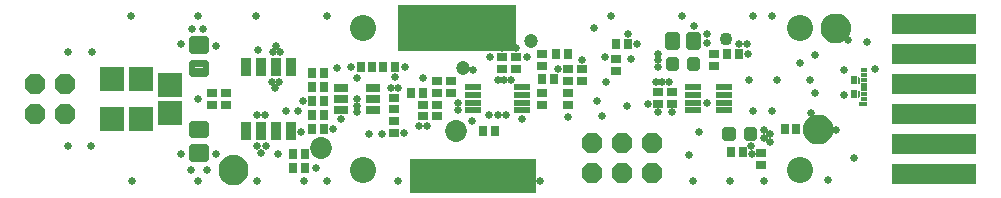
<source format=gts>
G75*
%MOIN*%
%OFA0B0*%
%FSLAX25Y25*%
%IPPOS*%
%LPD*%
%AMOC8*
5,1,8,0,0,1.08239X$1,22.5*
%
%ADD10R,0.42126X0.11614*%
%ADD11R,0.28465X0.06772*%
%ADD12R,0.39370X0.15748*%
%ADD13R,0.05591X0.02165*%
%ADD14C,0.02047*%
%ADD15R,0.03228X0.02835*%
%ADD16R,0.02835X0.03228*%
%ADD17OC8,0.06800*%
%ADD18R,0.03800X0.06481*%
%ADD19R,0.07887X0.07887*%
%ADD20R,0.04934X0.03162*%
%ADD21R,0.05512X0.02165*%
%ADD22C,0.00394*%
%ADD23R,0.02756X0.01457*%
%ADD24R,0.02362X0.01457*%
%ADD25R,0.02067X0.01181*%
%ADD26R,0.00335X0.00886*%
%ADD27R,0.00354X0.00728*%
%ADD28R,0.02480X0.02559*%
%ADD29C,0.04343*%
%ADD30C,0.04737*%
%ADD31C,0.02584*%
%ADD32C,0.04921*%
%ADD33C,0.08674*%
%ADD34C,0.02600*%
%ADD35C,0.07296*%
D10*
X0152442Y0007201D03*
D11*
X0306162Y0007850D03*
X0306162Y0017850D03*
X0306162Y0027850D03*
X0306162Y0037850D03*
X0306162Y0047850D03*
X0306162Y0057850D03*
D12*
X0147127Y0056512D03*
D13*
X0225828Y0036728D03*
X0225828Y0034169D03*
X0225828Y0031610D03*
X0225828Y0029051D03*
X0236143Y0029051D03*
X0236143Y0031610D03*
X0236143Y0034169D03*
X0236143Y0036728D03*
D14*
X0227048Y0043205D02*
X0227048Y0045803D01*
X0224686Y0045803D01*
X0224686Y0043205D01*
X0227048Y0043205D01*
X0227048Y0044355D02*
X0224686Y0044355D01*
X0219961Y0044355D02*
X0217599Y0044355D01*
X0217599Y0043205D02*
X0217599Y0045803D01*
X0219961Y0045803D01*
X0219961Y0043205D01*
X0217599Y0043205D01*
X0217284Y0050094D02*
X0220276Y0050094D01*
X0220276Y0054268D01*
X0217284Y0054268D01*
X0217284Y0050094D01*
X0217284Y0050492D02*
X0220276Y0050492D01*
X0220276Y0052538D02*
X0217284Y0052538D01*
X0224371Y0052538D02*
X0227363Y0052538D01*
X0227363Y0054268D02*
X0227363Y0050094D01*
X0224371Y0050094D01*
X0224371Y0054268D01*
X0227363Y0054268D01*
X0227363Y0050492D02*
X0224371Y0050492D01*
X0236497Y0022575D02*
X0236497Y0019976D01*
X0238859Y0019976D01*
X0238859Y0022575D01*
X0236497Y0022575D01*
X0236497Y0021851D02*
X0238859Y0021851D01*
X0243583Y0021851D02*
X0245946Y0021851D01*
X0245946Y0022575D02*
X0243583Y0022575D01*
X0243583Y0019976D01*
X0245946Y0019976D01*
X0245946Y0022575D01*
X0063190Y0021851D02*
X0058623Y0021851D01*
X0058623Y0020764D02*
X0063190Y0020764D01*
X0063190Y0024543D01*
X0058623Y0024543D01*
X0058623Y0020764D01*
X0058623Y0023897D02*
X0063190Y0023897D01*
X0063190Y0016669D02*
X0058623Y0016669D01*
X0058623Y0012890D01*
X0063190Y0012890D01*
X0063190Y0016669D01*
X0063190Y0015714D02*
X0058623Y0015714D01*
X0058623Y0013668D02*
X0063190Y0013668D01*
X0063190Y0041039D02*
X0058623Y0041039D01*
X0058623Y0044819D01*
X0063190Y0044819D01*
X0063190Y0041039D01*
X0063190Y0042309D02*
X0058623Y0042309D01*
X0058623Y0044355D02*
X0063190Y0044355D01*
X0063190Y0048913D02*
X0058623Y0048913D01*
X0058623Y0052693D01*
X0063190Y0052693D01*
X0063190Y0048913D01*
X0063190Y0050492D02*
X0058623Y0050492D01*
X0058623Y0052538D02*
X0063190Y0052538D01*
D15*
X0065237Y0034858D03*
X0069961Y0034858D03*
X0069961Y0030921D03*
X0065237Y0030921D03*
X0125867Y0029346D03*
X0135709Y0030921D03*
X0140434Y0030921D03*
X0140434Y0026984D03*
X0135709Y0026984D03*
X0125867Y0025409D03*
X0125867Y0021472D03*
X0125867Y0033283D03*
X0140434Y0034858D03*
X0145158Y0034858D03*
X0145158Y0038795D03*
X0140434Y0038795D03*
X0161891Y0042732D03*
X0166615Y0042732D03*
X0175473Y0043913D03*
X0183938Y0042732D03*
X0188662Y0042732D03*
X0188662Y0038795D03*
X0183938Y0038795D03*
X0183938Y0034858D03*
X0175473Y0034858D03*
X0175473Y0030921D03*
X0183938Y0030921D03*
X0213859Y0031315D03*
X0218583Y0031315D03*
X0218583Y0035252D03*
X0213859Y0035252D03*
X0200080Y0042142D03*
X0200080Y0046079D03*
X0175473Y0047850D03*
X0166615Y0046669D03*
X0161891Y0046669D03*
X0232560Y0047850D03*
X0232560Y0043913D03*
X0248505Y0014780D03*
X0248505Y0010843D03*
D16*
X0242402Y0015173D03*
X0238465Y0015173D03*
X0256182Y0022850D03*
X0260119Y0022850D03*
X0179410Y0039583D03*
X0175473Y0039583D03*
X0180001Y0047850D03*
X0183938Y0047850D03*
X0200080Y0051000D03*
X0204017Y0051000D03*
X0237087Y0047654D03*
X0241024Y0047654D03*
X0159528Y0022260D03*
X0155591Y0022260D03*
X0135709Y0034858D03*
X0131772Y0034858D03*
X0102639Y0036827D03*
X0098702Y0036827D03*
X0098702Y0041551D03*
X0102639Y0041551D03*
X0114843Y0043520D03*
X0118780Y0043520D03*
X0122324Y0043520D03*
X0126261Y0043520D03*
X0102639Y0032102D03*
X0098702Y0032102D03*
X0098702Y0027378D03*
X0102639Y0027378D03*
X0102639Y0022654D03*
X0098702Y0022654D03*
X0096339Y0014583D03*
X0092402Y0014583D03*
X0092402Y0009858D03*
X0096339Y0009858D03*
D17*
X0016300Y0027890D03*
X0006300Y0027890D03*
X0006300Y0037890D03*
X0016300Y0037890D03*
X0191851Y0018205D03*
X0201851Y0018205D03*
X0211851Y0018205D03*
X0211851Y0008205D03*
X0201851Y0008205D03*
X0191851Y0008205D03*
X0295355Y0007890D03*
X0305355Y0007890D03*
X0305355Y0017890D03*
X0295355Y0017890D03*
X0295355Y0027890D03*
X0305355Y0027890D03*
X0305355Y0037890D03*
X0295355Y0037890D03*
X0295355Y0047890D03*
X0305355Y0047890D03*
X0305355Y0057890D03*
X0295355Y0057890D03*
D18*
X0091635Y0043480D03*
X0086635Y0043480D03*
X0081635Y0043480D03*
X0076635Y0043480D03*
X0076635Y0022299D03*
X0081635Y0022299D03*
X0086635Y0022299D03*
X0091635Y0022299D03*
D19*
X0051457Y0028165D03*
X0041615Y0026197D03*
X0032166Y0026197D03*
X0051457Y0037614D03*
X0041615Y0039583D03*
X0032166Y0039583D03*
D20*
X0108347Y0036630D03*
X0118977Y0036630D03*
X0118977Y0032890D03*
X0108347Y0032890D03*
X0108347Y0029150D03*
X0118977Y0029150D03*
D21*
X0152442Y0029051D03*
X0152442Y0031610D03*
X0152442Y0034169D03*
X0152442Y0036728D03*
X0168583Y0036728D03*
X0168583Y0034169D03*
X0168583Y0031610D03*
X0168583Y0029051D03*
D22*
X0280709Y0033362D02*
X0281083Y0033736D01*
X0281083Y0035370D01*
X0280926Y0035528D01*
X0280946Y0035528D02*
X0280631Y0035528D01*
X0280788Y0035331D02*
X0280788Y0033520D01*
X0281576Y0033106D02*
X0281753Y0033283D01*
X0281851Y0035724D02*
X0281576Y0036000D01*
X0281576Y0037654D02*
X0281851Y0037929D01*
X0281083Y0038283D02*
X0280906Y0038126D01*
X0280690Y0038126D01*
X0280788Y0038205D02*
X0280788Y0040016D01*
X0280709Y0040291D02*
X0281083Y0039917D01*
X0281083Y0038283D01*
X0281753Y0040370D02*
X0281576Y0040547D01*
D23*
X0282363Y0031177D03*
D24*
X0282560Y0042476D03*
D25*
X0282707Y0040764D03*
X0282707Y0039189D03*
X0282707Y0037614D03*
X0282707Y0036039D03*
X0282707Y0034465D03*
X0282707Y0032890D03*
D26*
X0281546Y0032742D03*
X0281546Y0040911D03*
D27*
X0281556Y0037388D03*
X0281556Y0036266D03*
D28*
X0279469Y0034445D03*
X0279469Y0039209D03*
D29*
X0236694Y0052969D03*
D30*
X0171733Y0052181D03*
X0148898Y0043126D03*
D31*
X0107166Y0043126D03*
X0192796Y0056512D03*
X0205001Y0046079D03*
X0087481Y0014583D03*
D32*
X0069863Y0009268D02*
X0069865Y0009367D01*
X0069871Y0009466D01*
X0069881Y0009565D01*
X0069895Y0009663D01*
X0069913Y0009760D01*
X0069935Y0009857D01*
X0069960Y0009953D01*
X0069990Y0010047D01*
X0070023Y0010141D01*
X0070060Y0010233D01*
X0070101Y0010323D01*
X0070145Y0010412D01*
X0070193Y0010498D01*
X0070244Y0010583D01*
X0070299Y0010666D01*
X0070357Y0010746D01*
X0070418Y0010824D01*
X0070482Y0010900D01*
X0070549Y0010973D01*
X0070619Y0011043D01*
X0070692Y0011110D01*
X0070768Y0011174D01*
X0070846Y0011235D01*
X0070926Y0011293D01*
X0071009Y0011348D01*
X0071093Y0011399D01*
X0071180Y0011447D01*
X0071269Y0011491D01*
X0071359Y0011532D01*
X0071451Y0011569D01*
X0071545Y0011602D01*
X0071639Y0011632D01*
X0071735Y0011657D01*
X0071832Y0011679D01*
X0071929Y0011697D01*
X0072027Y0011711D01*
X0072126Y0011721D01*
X0072225Y0011727D01*
X0072324Y0011729D01*
X0072423Y0011727D01*
X0072522Y0011721D01*
X0072621Y0011711D01*
X0072719Y0011697D01*
X0072816Y0011679D01*
X0072913Y0011657D01*
X0073009Y0011632D01*
X0073103Y0011602D01*
X0073197Y0011569D01*
X0073289Y0011532D01*
X0073379Y0011491D01*
X0073468Y0011447D01*
X0073554Y0011399D01*
X0073639Y0011348D01*
X0073722Y0011293D01*
X0073802Y0011235D01*
X0073880Y0011174D01*
X0073956Y0011110D01*
X0074029Y0011043D01*
X0074099Y0010973D01*
X0074166Y0010900D01*
X0074230Y0010824D01*
X0074291Y0010746D01*
X0074349Y0010666D01*
X0074404Y0010583D01*
X0074455Y0010499D01*
X0074503Y0010412D01*
X0074547Y0010323D01*
X0074588Y0010233D01*
X0074625Y0010141D01*
X0074658Y0010047D01*
X0074688Y0009953D01*
X0074713Y0009857D01*
X0074735Y0009760D01*
X0074753Y0009663D01*
X0074767Y0009565D01*
X0074777Y0009466D01*
X0074783Y0009367D01*
X0074785Y0009268D01*
X0074783Y0009169D01*
X0074777Y0009070D01*
X0074767Y0008971D01*
X0074753Y0008873D01*
X0074735Y0008776D01*
X0074713Y0008679D01*
X0074688Y0008583D01*
X0074658Y0008489D01*
X0074625Y0008395D01*
X0074588Y0008303D01*
X0074547Y0008213D01*
X0074503Y0008124D01*
X0074455Y0008038D01*
X0074404Y0007953D01*
X0074349Y0007870D01*
X0074291Y0007790D01*
X0074230Y0007712D01*
X0074166Y0007636D01*
X0074099Y0007563D01*
X0074029Y0007493D01*
X0073956Y0007426D01*
X0073880Y0007362D01*
X0073802Y0007301D01*
X0073722Y0007243D01*
X0073639Y0007188D01*
X0073555Y0007137D01*
X0073468Y0007089D01*
X0073379Y0007045D01*
X0073289Y0007004D01*
X0073197Y0006967D01*
X0073103Y0006934D01*
X0073009Y0006904D01*
X0072913Y0006879D01*
X0072816Y0006857D01*
X0072719Y0006839D01*
X0072621Y0006825D01*
X0072522Y0006815D01*
X0072423Y0006809D01*
X0072324Y0006807D01*
X0072225Y0006809D01*
X0072126Y0006815D01*
X0072027Y0006825D01*
X0071929Y0006839D01*
X0071832Y0006857D01*
X0071735Y0006879D01*
X0071639Y0006904D01*
X0071545Y0006934D01*
X0071451Y0006967D01*
X0071359Y0007004D01*
X0071269Y0007045D01*
X0071180Y0007089D01*
X0071094Y0007137D01*
X0071009Y0007188D01*
X0070926Y0007243D01*
X0070846Y0007301D01*
X0070768Y0007362D01*
X0070692Y0007426D01*
X0070619Y0007493D01*
X0070549Y0007563D01*
X0070482Y0007636D01*
X0070418Y0007712D01*
X0070357Y0007790D01*
X0070299Y0007870D01*
X0070244Y0007953D01*
X0070193Y0008037D01*
X0070145Y0008124D01*
X0070101Y0008213D01*
X0070060Y0008303D01*
X0070023Y0008395D01*
X0069990Y0008489D01*
X0069960Y0008583D01*
X0069935Y0008679D01*
X0069913Y0008776D01*
X0069895Y0008873D01*
X0069881Y0008971D01*
X0069871Y0009070D01*
X0069865Y0009169D01*
X0069863Y0009268D01*
X0264745Y0022850D02*
X0264747Y0022949D01*
X0264753Y0023048D01*
X0264763Y0023147D01*
X0264777Y0023245D01*
X0264795Y0023342D01*
X0264817Y0023439D01*
X0264842Y0023535D01*
X0264872Y0023629D01*
X0264905Y0023723D01*
X0264942Y0023815D01*
X0264983Y0023905D01*
X0265027Y0023994D01*
X0265075Y0024080D01*
X0265126Y0024165D01*
X0265181Y0024248D01*
X0265239Y0024328D01*
X0265300Y0024406D01*
X0265364Y0024482D01*
X0265431Y0024555D01*
X0265501Y0024625D01*
X0265574Y0024692D01*
X0265650Y0024756D01*
X0265728Y0024817D01*
X0265808Y0024875D01*
X0265891Y0024930D01*
X0265975Y0024981D01*
X0266062Y0025029D01*
X0266151Y0025073D01*
X0266241Y0025114D01*
X0266333Y0025151D01*
X0266427Y0025184D01*
X0266521Y0025214D01*
X0266617Y0025239D01*
X0266714Y0025261D01*
X0266811Y0025279D01*
X0266909Y0025293D01*
X0267008Y0025303D01*
X0267107Y0025309D01*
X0267206Y0025311D01*
X0267305Y0025309D01*
X0267404Y0025303D01*
X0267503Y0025293D01*
X0267601Y0025279D01*
X0267698Y0025261D01*
X0267795Y0025239D01*
X0267891Y0025214D01*
X0267985Y0025184D01*
X0268079Y0025151D01*
X0268171Y0025114D01*
X0268261Y0025073D01*
X0268350Y0025029D01*
X0268436Y0024981D01*
X0268521Y0024930D01*
X0268604Y0024875D01*
X0268684Y0024817D01*
X0268762Y0024756D01*
X0268838Y0024692D01*
X0268911Y0024625D01*
X0268981Y0024555D01*
X0269048Y0024482D01*
X0269112Y0024406D01*
X0269173Y0024328D01*
X0269231Y0024248D01*
X0269286Y0024165D01*
X0269337Y0024081D01*
X0269385Y0023994D01*
X0269429Y0023905D01*
X0269470Y0023815D01*
X0269507Y0023723D01*
X0269540Y0023629D01*
X0269570Y0023535D01*
X0269595Y0023439D01*
X0269617Y0023342D01*
X0269635Y0023245D01*
X0269649Y0023147D01*
X0269659Y0023048D01*
X0269665Y0022949D01*
X0269667Y0022850D01*
X0269665Y0022751D01*
X0269659Y0022652D01*
X0269649Y0022553D01*
X0269635Y0022455D01*
X0269617Y0022358D01*
X0269595Y0022261D01*
X0269570Y0022165D01*
X0269540Y0022071D01*
X0269507Y0021977D01*
X0269470Y0021885D01*
X0269429Y0021795D01*
X0269385Y0021706D01*
X0269337Y0021620D01*
X0269286Y0021535D01*
X0269231Y0021452D01*
X0269173Y0021372D01*
X0269112Y0021294D01*
X0269048Y0021218D01*
X0268981Y0021145D01*
X0268911Y0021075D01*
X0268838Y0021008D01*
X0268762Y0020944D01*
X0268684Y0020883D01*
X0268604Y0020825D01*
X0268521Y0020770D01*
X0268437Y0020719D01*
X0268350Y0020671D01*
X0268261Y0020627D01*
X0268171Y0020586D01*
X0268079Y0020549D01*
X0267985Y0020516D01*
X0267891Y0020486D01*
X0267795Y0020461D01*
X0267698Y0020439D01*
X0267601Y0020421D01*
X0267503Y0020407D01*
X0267404Y0020397D01*
X0267305Y0020391D01*
X0267206Y0020389D01*
X0267107Y0020391D01*
X0267008Y0020397D01*
X0266909Y0020407D01*
X0266811Y0020421D01*
X0266714Y0020439D01*
X0266617Y0020461D01*
X0266521Y0020486D01*
X0266427Y0020516D01*
X0266333Y0020549D01*
X0266241Y0020586D01*
X0266151Y0020627D01*
X0266062Y0020671D01*
X0265976Y0020719D01*
X0265891Y0020770D01*
X0265808Y0020825D01*
X0265728Y0020883D01*
X0265650Y0020944D01*
X0265574Y0021008D01*
X0265501Y0021075D01*
X0265431Y0021145D01*
X0265364Y0021218D01*
X0265300Y0021294D01*
X0265239Y0021372D01*
X0265181Y0021452D01*
X0265126Y0021535D01*
X0265075Y0021619D01*
X0265027Y0021706D01*
X0264983Y0021795D01*
X0264942Y0021885D01*
X0264905Y0021977D01*
X0264872Y0022071D01*
X0264842Y0022165D01*
X0264817Y0022261D01*
X0264795Y0022358D01*
X0264777Y0022455D01*
X0264763Y0022553D01*
X0264753Y0022652D01*
X0264747Y0022751D01*
X0264745Y0022850D01*
X0270650Y0056512D02*
X0270652Y0056611D01*
X0270658Y0056710D01*
X0270668Y0056809D01*
X0270682Y0056907D01*
X0270700Y0057004D01*
X0270722Y0057101D01*
X0270747Y0057197D01*
X0270777Y0057291D01*
X0270810Y0057385D01*
X0270847Y0057477D01*
X0270888Y0057567D01*
X0270932Y0057656D01*
X0270980Y0057742D01*
X0271031Y0057827D01*
X0271086Y0057910D01*
X0271144Y0057990D01*
X0271205Y0058068D01*
X0271269Y0058144D01*
X0271336Y0058217D01*
X0271406Y0058287D01*
X0271479Y0058354D01*
X0271555Y0058418D01*
X0271633Y0058479D01*
X0271713Y0058537D01*
X0271796Y0058592D01*
X0271880Y0058643D01*
X0271967Y0058691D01*
X0272056Y0058735D01*
X0272146Y0058776D01*
X0272238Y0058813D01*
X0272332Y0058846D01*
X0272426Y0058876D01*
X0272522Y0058901D01*
X0272619Y0058923D01*
X0272716Y0058941D01*
X0272814Y0058955D01*
X0272913Y0058965D01*
X0273012Y0058971D01*
X0273111Y0058973D01*
X0273210Y0058971D01*
X0273309Y0058965D01*
X0273408Y0058955D01*
X0273506Y0058941D01*
X0273603Y0058923D01*
X0273700Y0058901D01*
X0273796Y0058876D01*
X0273890Y0058846D01*
X0273984Y0058813D01*
X0274076Y0058776D01*
X0274166Y0058735D01*
X0274255Y0058691D01*
X0274341Y0058643D01*
X0274426Y0058592D01*
X0274509Y0058537D01*
X0274589Y0058479D01*
X0274667Y0058418D01*
X0274743Y0058354D01*
X0274816Y0058287D01*
X0274886Y0058217D01*
X0274953Y0058144D01*
X0275017Y0058068D01*
X0275078Y0057990D01*
X0275136Y0057910D01*
X0275191Y0057827D01*
X0275242Y0057743D01*
X0275290Y0057656D01*
X0275334Y0057567D01*
X0275375Y0057477D01*
X0275412Y0057385D01*
X0275445Y0057291D01*
X0275475Y0057197D01*
X0275500Y0057101D01*
X0275522Y0057004D01*
X0275540Y0056907D01*
X0275554Y0056809D01*
X0275564Y0056710D01*
X0275570Y0056611D01*
X0275572Y0056512D01*
X0275570Y0056413D01*
X0275564Y0056314D01*
X0275554Y0056215D01*
X0275540Y0056117D01*
X0275522Y0056020D01*
X0275500Y0055923D01*
X0275475Y0055827D01*
X0275445Y0055733D01*
X0275412Y0055639D01*
X0275375Y0055547D01*
X0275334Y0055457D01*
X0275290Y0055368D01*
X0275242Y0055282D01*
X0275191Y0055197D01*
X0275136Y0055114D01*
X0275078Y0055034D01*
X0275017Y0054956D01*
X0274953Y0054880D01*
X0274886Y0054807D01*
X0274816Y0054737D01*
X0274743Y0054670D01*
X0274667Y0054606D01*
X0274589Y0054545D01*
X0274509Y0054487D01*
X0274426Y0054432D01*
X0274342Y0054381D01*
X0274255Y0054333D01*
X0274166Y0054289D01*
X0274076Y0054248D01*
X0273984Y0054211D01*
X0273890Y0054178D01*
X0273796Y0054148D01*
X0273700Y0054123D01*
X0273603Y0054101D01*
X0273506Y0054083D01*
X0273408Y0054069D01*
X0273309Y0054059D01*
X0273210Y0054053D01*
X0273111Y0054051D01*
X0273012Y0054053D01*
X0272913Y0054059D01*
X0272814Y0054069D01*
X0272716Y0054083D01*
X0272619Y0054101D01*
X0272522Y0054123D01*
X0272426Y0054148D01*
X0272332Y0054178D01*
X0272238Y0054211D01*
X0272146Y0054248D01*
X0272056Y0054289D01*
X0271967Y0054333D01*
X0271881Y0054381D01*
X0271796Y0054432D01*
X0271713Y0054487D01*
X0271633Y0054545D01*
X0271555Y0054606D01*
X0271479Y0054670D01*
X0271406Y0054737D01*
X0271336Y0054807D01*
X0271269Y0054880D01*
X0271205Y0054956D01*
X0271144Y0055034D01*
X0271086Y0055114D01*
X0271031Y0055197D01*
X0270980Y0055281D01*
X0270932Y0055368D01*
X0270888Y0055457D01*
X0270847Y0055547D01*
X0270810Y0055639D01*
X0270777Y0055733D01*
X0270747Y0055827D01*
X0270722Y0055923D01*
X0270700Y0056020D01*
X0270682Y0056117D01*
X0270668Y0056215D01*
X0270658Y0056314D01*
X0270652Y0056413D01*
X0270650Y0056512D01*
D33*
X0261300Y0056512D03*
X0115631Y0056512D03*
X0115631Y0009268D03*
X0261300Y0009268D03*
D34*
X0038662Y0005331D03*
X0058347Y0009268D03*
X0063662Y0009268D03*
X0060513Y0005331D03*
X0080394Y0005331D03*
X0096143Y0005331D03*
X0103820Y0005331D03*
X0100080Y0009858D03*
X0081772Y0014780D03*
X0080394Y0017142D03*
X0083347Y0017142D03*
X0066812Y0014583D03*
X0055001Y0014583D03*
X0025080Y0017142D03*
X0017206Y0017142D03*
X0060513Y0032890D03*
X0080198Y0027378D03*
X0082954Y0027378D03*
X0090040Y0028756D03*
X0093977Y0028756D03*
X0095552Y0032299D03*
X0086497Y0036433D03*
X0087678Y0038598D03*
X0085316Y0038598D03*
X0111694Y0043323D03*
X0113662Y0039976D03*
X0124883Y0036433D03*
X0127245Y0036433D03*
X0135513Y0039976D03*
X0126457Y0040173D03*
X0129607Y0043520D03*
X0152442Y0042339D03*
X0160513Y0039189D03*
X0162678Y0039189D03*
X0164843Y0039189D03*
X0180788Y0042732D03*
X0188662Y0045882D03*
X0196339Y0046866D03*
X0206969Y0051000D03*
X0214056Y0047850D03*
X0214056Y0045685D03*
X0214056Y0043520D03*
X0213269Y0038598D03*
X0215434Y0038598D03*
X0217796Y0038598D03*
X0196733Y0038402D03*
X0193583Y0032299D03*
X0203623Y0030528D03*
X0210513Y0031315D03*
X0213859Y0028362D03*
X0218583Y0028362D03*
X0230198Y0031512D03*
X0245552Y0028953D03*
X0252048Y0028953D03*
X0264843Y0028165D03*
X0273308Y0022457D03*
X0251457Y0021079D03*
X0249292Y0019701D03*
X0251261Y0018323D03*
X0244961Y0017142D03*
X0245355Y0014583D03*
X0224489Y0014189D03*
X0227639Y0021866D03*
X0249292Y0022457D03*
X0279213Y0013008D03*
X0270749Y0005724D03*
X0249489Y0005528D03*
X0237875Y0005331D03*
X0225670Y0005331D03*
X0174686Y0005331D03*
X0161300Y0005331D03*
X0151064Y0005528D03*
X0139056Y0005331D03*
X0127442Y0005528D03*
X0121930Y0021276D03*
X0117796Y0021276D03*
X0129213Y0021472D03*
X0134331Y0023835D03*
X0136891Y0023835D03*
X0152048Y0025606D03*
X0157757Y0027378D03*
X0160513Y0027378D03*
X0163269Y0027378D03*
X0168780Y0026197D03*
X0184135Y0026787D03*
X0195355Y0026984D03*
X0147324Y0029150D03*
X0147324Y0031512D03*
X0113662Y0030528D03*
X0113662Y0028362D03*
X0108347Y0026197D03*
X0105591Y0022654D03*
X0095158Y0021866D03*
X0113662Y0032890D03*
X0158150Y0046866D03*
X0161891Y0049819D03*
X0166615Y0049819D03*
X0170355Y0046669D03*
X0204017Y0054346D03*
X0198308Y0060449D03*
X0221930Y0060449D03*
X0226064Y0057299D03*
X0230394Y0054346D03*
X0230394Y0051394D03*
X0241024Y0051197D03*
X0243780Y0051197D03*
X0243977Y0047654D03*
X0261300Y0044701D03*
X0266221Y0047457D03*
X0277245Y0052378D03*
X0283544Y0051787D03*
X0251851Y0060449D03*
X0245552Y0060449D03*
X0275867Y0042339D03*
X0286300Y0042732D03*
X0264646Y0039189D03*
X0253623Y0039189D03*
X0244371Y0039189D03*
X0266418Y0034661D03*
X0276064Y0034071D03*
X0162875Y0060449D03*
X0133347Y0060449D03*
X0103623Y0060646D03*
X0080001Y0060449D03*
X0062481Y0056315D03*
X0058741Y0056315D03*
X0060513Y0060449D03*
X0038465Y0060449D03*
X0055001Y0051000D03*
X0066615Y0050606D03*
X0080788Y0049228D03*
X0085513Y0048638D03*
X0087875Y0048638D03*
X0086694Y0050409D03*
X0025276Y0048638D03*
X0017402Y0048638D03*
D35*
X0101654Y0016354D03*
X0146733Y0022260D03*
M02*

</source>
